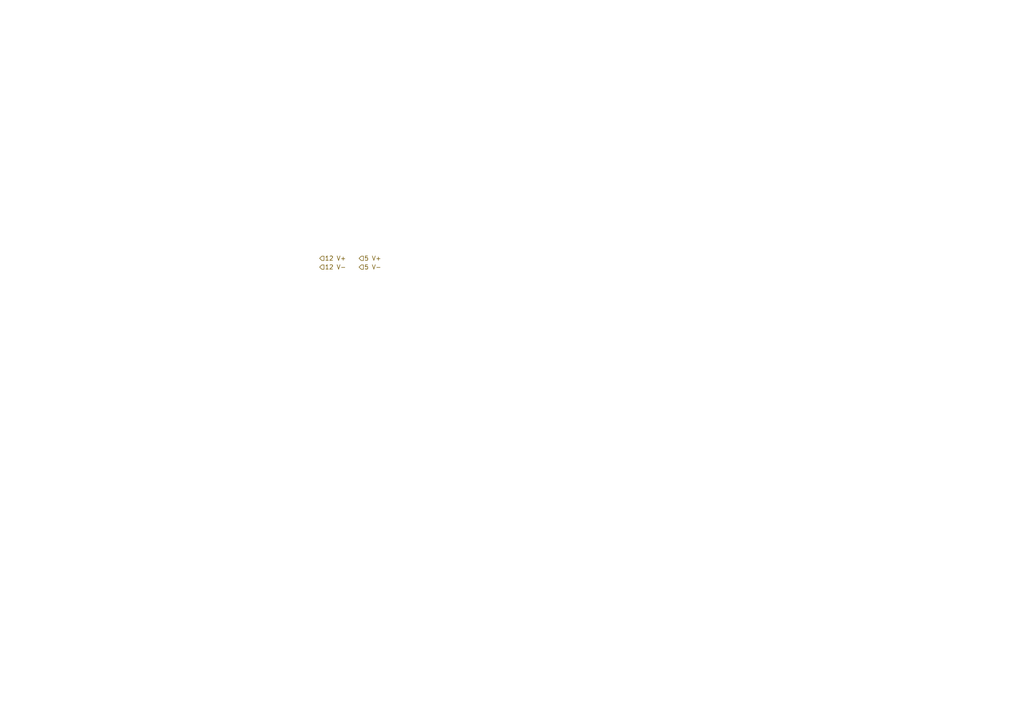
<source format=kicad_sch>
(kicad_sch
	(version 20250114)
	(generator "eeschema")
	(generator_version "9.0")
	(uuid "80f50780-7b53-4da8-8cdd-1205f9ea4e2c")
	(paper "A4")
	(lib_symbols)
	(hierarchical_label "12 V-"
		(shape input)
		(at 92.71 77.47 0)
		(effects
			(font
				(size 1.27 1.27)
			)
			(justify left)
		)
		(uuid "5257a656-d0d5-43a3-be83-1b3a52e9348f")
	)
	(hierarchical_label "5 V-"
		(shape input)
		(at 104.14 77.47 0)
		(effects
			(font
				(size 1.27 1.27)
			)
			(justify left)
		)
		(uuid "875086f1-c326-4837-a061-312df2766dff")
	)
	(hierarchical_label "5 V+"
		(shape input)
		(at 104.14 74.93 0)
		(effects
			(font
				(size 1.27 1.27)
			)
			(justify left)
		)
		(uuid "a4fec354-c0ba-450a-b8a0-62354bd60e29")
	)
	(hierarchical_label "12 V+"
		(shape input)
		(at 92.71 74.93 0)
		(effects
			(font
				(size 1.27 1.27)
			)
			(justify left)
		)
		(uuid "fb46b474-9ecc-4dc5-a2c7-16d0ef289a50")
	)
)

</source>
